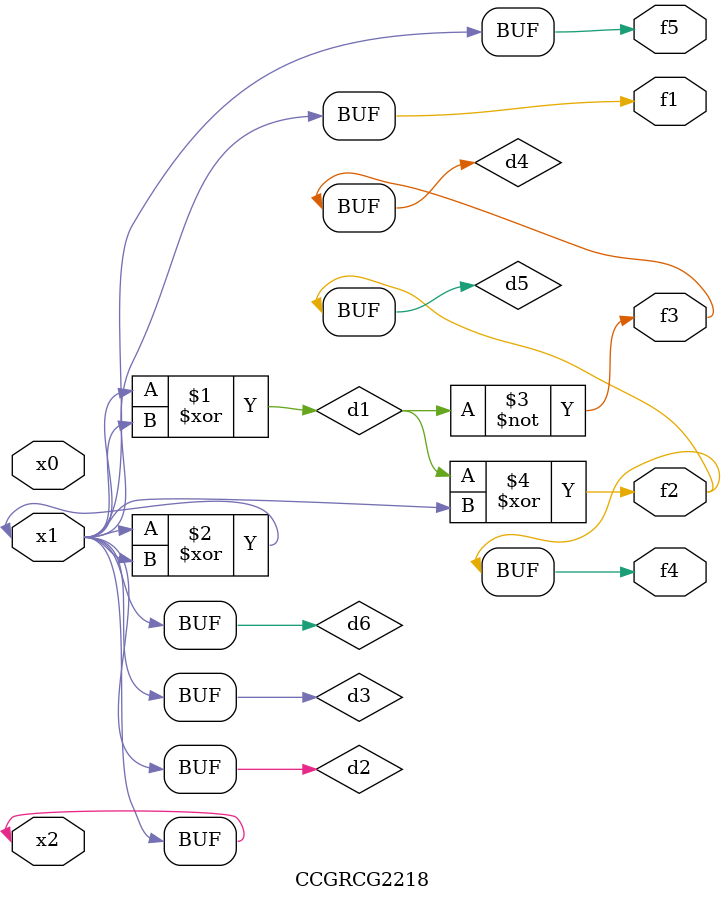
<source format=v>
module CCGRCG2218(
	input x0, x1, x2,
	output f1, f2, f3, f4, f5
);

	wire d1, d2, d3, d4, d5, d6;

	xor (d1, x1, x2);
	buf (d2, x1, x2);
	xor (d3, x1, x2);
	nor (d4, d1);
	xor (d5, d1, d2);
	buf (d6, d2, d3);
	assign f1 = d6;
	assign f2 = d5;
	assign f3 = d4;
	assign f4 = d5;
	assign f5 = d6;
endmodule

</source>
